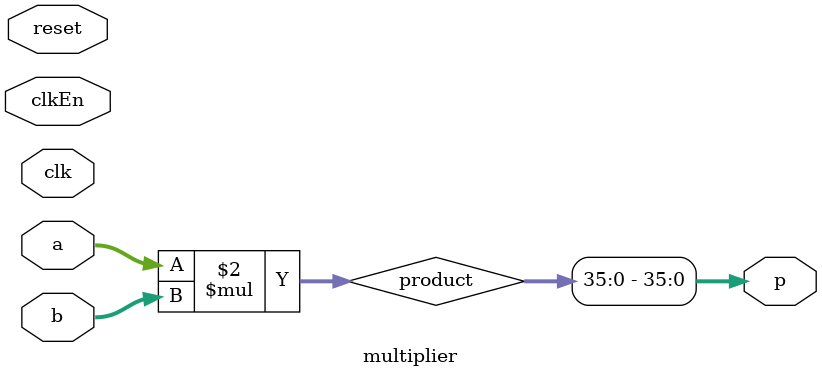
<source format=v>
module multiplier #(parameter AWIDTH=18, BWIDTH=18, PLSTAGES=0) (
    input                                   clk,
    input                                   clkEn,
    input                                   reset,
    input       signed  [AWIDTH-1:0]        a,
    input       signed  [BWIDTH-1:0]        b,
    output      signed  [AWIDTH+BWIDTH-1:0] p
);

    reg     signed  [AWIDTH+BWIDTH:0]   product;

    generate

        case (PLSTAGES)
            1: begin
                always @(posedge clk) begin
                    if (reset) begin
                        product <= 0;
                    end
                    else if (clkEn) begin
                        product <= a*b;
                    end
                end
            end
            2: begin
                reg     signed  [AWIDTH-1:0]    aReg;
                reg     signed  [BWIDTH-1:0]    bReg;

                always @(posedge clk) begin
                    if (reset) begin
                        aReg <= 0;
                        bReg <= 0;
                        product <= 0;
                    end
                    else if (clkEn) begin
                        aReg <= a;
                        bReg <= b;
                        product <= a*b;
                    end
                end
            end
            default: begin
                always @* begin
                    product = a*b;
                end
            end
        endcase

    endgenerate

    assign p = product[AWIDTH+BWIDTH-1:0];


endmodule

</source>
